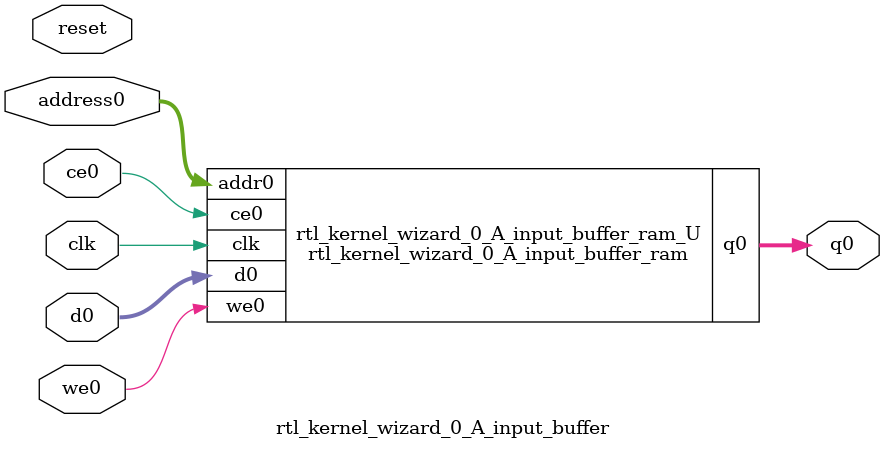
<source format=v>
`timescale 1 ns / 1 ps
module rtl_kernel_wizard_0_A_input_buffer_ram (addr0, ce0, d0, we0, q0,  clk);

parameter DWIDTH = 32;
parameter AWIDTH = 13;
parameter MEM_SIZE = 8192;

input[AWIDTH-1:0] addr0;
input ce0;
input[DWIDTH-1:0] d0;
input we0;
output reg[DWIDTH-1:0] q0;
input clk;

reg [DWIDTH-1:0] ram[0:MEM_SIZE-1];




always @(posedge clk)  
begin 
    if (ce0) begin
        if (we0) 
            ram[addr0] <= d0; 
        q0 <= ram[addr0];
    end
end


endmodule

`timescale 1 ns / 1 ps
module rtl_kernel_wizard_0_A_input_buffer(
    reset,
    clk,
    address0,
    ce0,
    we0,
    d0,
    q0);

parameter DataWidth = 32'd32;
parameter AddressRange = 32'd8192;
parameter AddressWidth = 32'd13;
input reset;
input clk;
input[AddressWidth - 1:0] address0;
input ce0;
input we0;
input[DataWidth - 1:0] d0;
output[DataWidth - 1:0] q0;



rtl_kernel_wizard_0_A_input_buffer_ram rtl_kernel_wizard_0_A_input_buffer_ram_U(
    .clk( clk ),
    .addr0( address0 ),
    .ce0( ce0 ),
    .we0( we0 ),
    .d0( d0 ),
    .q0( q0 ));

endmodule


</source>
